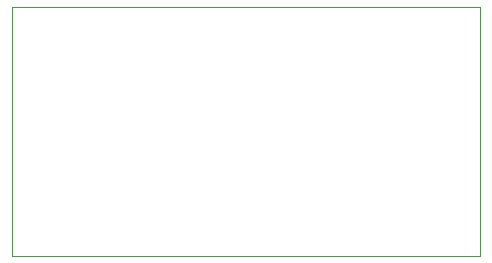
<source format=gbr>
%TF.GenerationSoftware,KiCad,Pcbnew,9.0.1*%
%TF.CreationDate,2025-04-11T12:26:54-04:00*%
%TF.ProjectId,Pneumatactors_1Xiao_CompactControl_Battery,506e6575-6d61-4746-9163-746f72735f31,rev?*%
%TF.SameCoordinates,Original*%
%TF.FileFunction,Profile,NP*%
%FSLAX46Y46*%
G04 Gerber Fmt 4.6, Leading zero omitted, Abs format (unit mm)*
G04 Created by KiCad (PCBNEW 9.0.1) date 2025-04-11 12:26:54*
%MOMM*%
%LPD*%
G01*
G04 APERTURE LIST*
%TA.AperFunction,Profile*%
%ADD10C,0.100000*%
%TD*%
G04 APERTURE END LIST*
D10*
X15766000Y-20828000D02*
X55390000Y-20828000D01*
X55390000Y-41910000D01*
X15766000Y-41910000D01*
X15766000Y-20828000D01*
M02*

</source>
